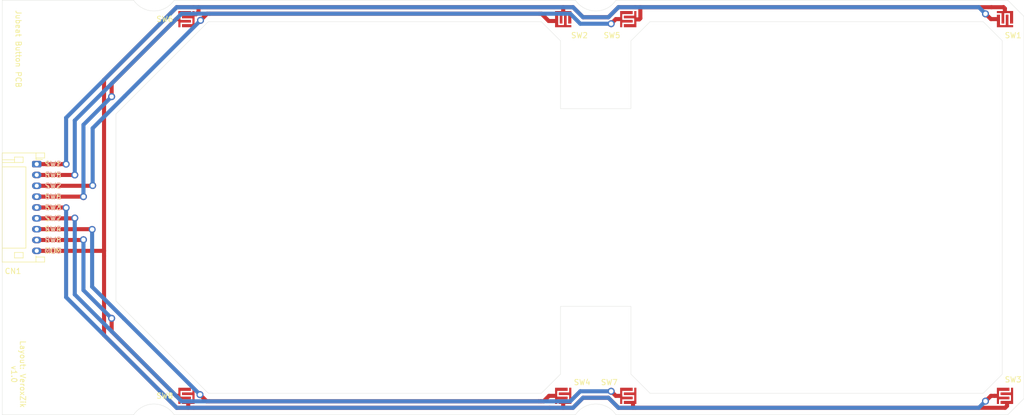
<source format=kicad_pcb>
(kicad_pcb (version 20171130) (host pcbnew "(5.1.9)-1")

  (general
    (thickness 1.6)
    (drawings 58)
    (tracks 148)
    (zones 0)
    (modules 13)
    (nets 10)
  )

  (page A4)
  (layers
    (0 F.Cu signal)
    (31 B.Cu signal)
    (32 B.Adhes user)
    (33 F.Adhes user)
    (34 B.Paste user)
    (35 F.Paste user)
    (36 B.SilkS user)
    (37 F.SilkS user)
    (38 B.Mask user)
    (39 F.Mask user)
    (40 Dwgs.User user)
    (41 Cmts.User user)
    (42 Eco1.User user)
    (43 Eco2.User user)
    (44 Edge.Cuts user)
    (45 Margin user)
    (46 B.CrtYd user)
    (47 F.CrtYd user)
    (48 B.Fab user)
    (49 F.Fab user hide)
  )

  (setup
    (last_trace_width 0.25)
    (user_trace_width 0.4)
    (user_trace_width 0.5)
    (user_trace_width 0.75)
    (user_trace_width 1)
    (trace_clearance 0.2)
    (zone_clearance 0.508)
    (zone_45_only no)
    (trace_min 0.2)
    (via_size 0.8)
    (via_drill 0.4)
    (via_min_size 0.4)
    (via_min_drill 0.3)
    (user_via 1.3 0.8)
    (uvia_size 0.3)
    (uvia_drill 0.1)
    (uvias_allowed no)
    (uvia_min_size 0.2)
    (uvia_min_drill 0.1)
    (edge_width 0.05)
    (segment_width 0.2)
    (pcb_text_width 0.3)
    (pcb_text_size 1.5 1.5)
    (mod_edge_width 0.12)
    (mod_text_size 1 1)
    (mod_text_width 0.15)
    (pad_size 1.524 1.524)
    (pad_drill 0.762)
    (pad_to_mask_clearance 0.05)
    (aux_axis_origin 0 0)
    (visible_elements 7FFFF7FF)
    (pcbplotparams
      (layerselection 0x010fc_ffffffff)
      (usegerberextensions false)
      (usegerberattributes true)
      (usegerberadvancedattributes true)
      (creategerberjobfile true)
      (excludeedgelayer true)
      (linewidth 0.100000)
      (plotframeref false)
      (viasonmask false)
      (mode 1)
      (useauxorigin false)
      (hpglpennumber 1)
      (hpglpenspeed 20)
      (hpglpendiameter 15.000000)
      (psnegative false)
      (psa4output false)
      (plotreference true)
      (plotvalue true)
      (plotinvisibletext false)
      (padsonsilk false)
      (subtractmaskfromsilk false)
      (outputformat 1)
      (mirror false)
      (drillshape 0)
      (scaleselection 1)
      (outputdirectory "gerbers/"))
  )

  (net 0 "")
  (net 1 COM)
  (net 2 SW8)
  (net 3 SW4)
  (net 4 SW7)
  (net 5 SW3)
  (net 6 SW6)
  (net 7 SW2)
  (net 8 SW5)
  (net 9 SW1)

  (net_class Default "This is the default net class."
    (clearance 0.2)
    (trace_width 0.25)
    (via_dia 0.8)
    (via_drill 0.4)
    (uvia_dia 0.3)
    (uvia_drill 0.1)
    (add_net COM)
    (add_net SW1)
    (add_net SW2)
    (add_net SW3)
    (add_net SW4)
    (add_net SW5)
    (add_net SW6)
    (add_net SW7)
    (add_net SW8)
  )

  (module jubeat-button-pcb:membrane-pad (layer F.Cu) (tedit 60288C7C) (tstamp 60014F0C)
    (at 83 127 180)
    (path /600162AA)
    (fp_text reference SW8 (at 4 0) (layer F.SilkS)
      (effects (font (size 1 1) (thickness 0.15)))
    )
    (fp_text value PAD (at 0 2.3) (layer F.Fab)
      (effects (font (size 1 1) (thickness 0.15)))
    )
    (fp_poly (pts (xy 1.5 1.5) (xy -1.5 1.5) (xy -1.5 -1.5) (xy 1.5 -1.5)) (layer F.Mask) (width 0))
    (pad 1 smd custom (at -1.3 0 180) (size 0.4 0.4) (layers F.Cu F.Mask)
      (net 1 COM) (zone_connect 0)
      (options (clearance outline) (anchor rect))
      (primitives
        (gr_poly (pts
           (xy 2.12 -0.92) (xy 0.2 -0.92) (xy 0.2 0.14) (xy 2.12 0.14) (xy 2.12 0.64)
           (xy 0.2 0.64) (xy 0.2 1.5) (xy -0.2 1.5) (xy -0.2 -1.5) (xy 2.12 -1.5)
) (width 0))
      ))
    (pad 2 smd custom (at 1.3 0 180) (size 0.4 0.4) (layers F.Cu F.Mask)
      (net 2 SW8) (zone_connect 0)
      (options (clearance outline) (anchor rect))
      (primitives
        (gr_poly (pts
           (xy -2.12 0.92) (xy -0.2 0.92) (xy -0.2 -0.14) (xy -2.12 -0.14) (xy -2.12 -0.64)
           (xy -0.2 -0.64) (xy -0.2 -1.5) (xy 0.2 -1.5) (xy 0.2 1.5) (xy -2.12 1.5)
) (width 0))
      ))
  )

  (module jubeat-button-pcb:membrane-pad (layer F.Cu) (tedit 60288C7C) (tstamp 60014F06)
    (at 164.5 127 180)
    (path /600162A4)
    (fp_text reference SW7 (at 3.5 2.5) (layer F.SilkS)
      (effects (font (size 1 1) (thickness 0.15)))
    )
    (fp_text value PAD (at 0 2.3) (layer F.Fab)
      (effects (font (size 1 1) (thickness 0.15)))
    )
    (fp_poly (pts (xy 1.5 1.5) (xy -1.5 1.5) (xy -1.5 -1.5) (xy 1.5 -1.5)) (layer F.Mask) (width 0))
    (pad 1 smd custom (at -1.3 0 180) (size 0.4 0.4) (layers F.Cu F.Mask)
      (net 1 COM) (zone_connect 0)
      (options (clearance outline) (anchor rect))
      (primitives
        (gr_poly (pts
           (xy 2.12 -0.92) (xy 0.2 -0.92) (xy 0.2 0.14) (xy 2.12 0.14) (xy 2.12 0.64)
           (xy 0.2 0.64) (xy 0.2 1.5) (xy -0.2 1.5) (xy -0.2 -1.5) (xy 2.12 -1.5)
) (width 0))
      ))
    (pad 2 smd custom (at 1.3 0 180) (size 0.4 0.4) (layers F.Cu F.Mask)
      (net 4 SW7) (zone_connect 0)
      (options (clearance outline) (anchor rect))
      (primitives
        (gr_poly (pts
           (xy -2.12 0.92) (xy -0.2 0.92) (xy -0.2 -0.14) (xy -2.12 -0.14) (xy -2.12 -0.64)
           (xy -0.2 -0.64) (xy -0.2 -1.5) (xy 0.2 -1.5) (xy 0.2 1.5) (xy -2.12 1.5)
) (width 0))
      ))
  )

  (module jubeat-button-pcb:membrane-pad (layer F.Cu) (tedit 60288C7C) (tstamp 60026FD8)
    (at 83 57.5 180)
    (path /6001629A)
    (fp_text reference SW6 (at 4 0) (layer F.SilkS)
      (effects (font (size 1 1) (thickness 0.15)))
    )
    (fp_text value PAD (at 0 2.3) (layer F.Fab)
      (effects (font (size 1 1) (thickness 0.15)))
    )
    (fp_poly (pts (xy 1.5 1.5) (xy -1.5 1.5) (xy -1.5 -1.5) (xy 1.5 -1.5)) (layer F.Mask) (width 0))
    (pad 1 smd custom (at -1.3 0 180) (size 0.4 0.4) (layers F.Cu F.Mask)
      (net 1 COM) (zone_connect 0)
      (options (clearance outline) (anchor rect))
      (primitives
        (gr_poly (pts
           (xy 2.12 -0.92) (xy 0.2 -0.92) (xy 0.2 0.14) (xy 2.12 0.14) (xy 2.12 0.64)
           (xy 0.2 0.64) (xy 0.2 1.5) (xy -0.2 1.5) (xy -0.2 -1.5) (xy 2.12 -1.5)
) (width 0))
      ))
    (pad 2 smd custom (at 1.3 0 180) (size 0.4 0.4) (layers F.Cu F.Mask)
      (net 6 SW6) (zone_connect 0)
      (options (clearance outline) (anchor rect))
      (primitives
        (gr_poly (pts
           (xy -2.12 0.92) (xy -0.2 0.92) (xy -0.2 -0.14) (xy -2.12 -0.14) (xy -2.12 -0.64)
           (xy -0.2 -0.64) (xy -0.2 -1.5) (xy 0.2 -1.5) (xy 0.2 1.5) (xy -2.12 1.5)
) (width 0))
      ))
  )

  (module jubeat-button-pcb:membrane-pad (layer F.Cu) (tedit 60288C7C) (tstamp 60014EFA)
    (at 164.5 57.5 180)
    (path /60016294)
    (fp_text reference SW5 (at 3 -3) (layer F.SilkS)
      (effects (font (size 1 1) (thickness 0.15)))
    )
    (fp_text value PAD (at 0 2.3) (layer F.Fab)
      (effects (font (size 1 1) (thickness 0.15)))
    )
    (fp_poly (pts (xy 1.5 1.5) (xy -1.5 1.5) (xy -1.5 -1.5) (xy 1.5 -1.5)) (layer F.Mask) (width 0))
    (pad 1 smd custom (at -1.3 0 180) (size 0.4 0.4) (layers F.Cu F.Mask)
      (net 1 COM) (zone_connect 0)
      (options (clearance outline) (anchor rect))
      (primitives
        (gr_poly (pts
           (xy 2.12 -0.92) (xy 0.2 -0.92) (xy 0.2 0.14) (xy 2.12 0.14) (xy 2.12 0.64)
           (xy 0.2 0.64) (xy 0.2 1.5) (xy -0.2 1.5) (xy -0.2 -1.5) (xy 2.12 -1.5)
) (width 0))
      ))
    (pad 2 smd custom (at 1.3 0 180) (size 0.4 0.4) (layers F.Cu F.Mask)
      (net 8 SW5) (zone_connect 0)
      (options (clearance outline) (anchor rect))
      (primitives
        (gr_poly (pts
           (xy -2.12 0.92) (xy -0.2 0.92) (xy -0.2 -0.14) (xy -2.12 -0.14) (xy -2.12 -0.64)
           (xy -0.2 -0.64) (xy -0.2 -1.5) (xy 0.2 -1.5) (xy 0.2 1.5) (xy -2.12 1.5)
) (width 0))
      ))
  )

  (module jubeat-button-pcb:membrane-pad (layer F.Cu) (tedit 60288C7C) (tstamp 60014EF4)
    (at 152.5 127 180)
    (path /60013620)
    (fp_text reference SW4 (at -3.5 2.5) (layer F.SilkS)
      (effects (font (size 1 1) (thickness 0.15)))
    )
    (fp_text value PAD (at 0 2.3) (layer F.Fab)
      (effects (font (size 1 1) (thickness 0.15)))
    )
    (fp_poly (pts (xy 1.5 1.5) (xy -1.5 1.5) (xy -1.5 -1.5) (xy 1.5 -1.5)) (layer F.Mask) (width 0))
    (pad 1 smd custom (at -1.3 0 180) (size 0.4 0.4) (layers F.Cu F.Mask)
      (net 1 COM) (zone_connect 0)
      (options (clearance outline) (anchor rect))
      (primitives
        (gr_poly (pts
           (xy 2.12 -0.92) (xy 0.2 -0.92) (xy 0.2 0.14) (xy 2.12 0.14) (xy 2.12 0.64)
           (xy 0.2 0.64) (xy 0.2 1.5) (xy -0.2 1.5) (xy -0.2 -1.5) (xy 2.12 -1.5)
) (width 0))
      ))
    (pad 2 smd custom (at 1.3 0 180) (size 0.4 0.4) (layers F.Cu F.Mask)
      (net 3 SW4) (zone_connect 0)
      (options (clearance outline) (anchor rect))
      (primitives
        (gr_poly (pts
           (xy -2.12 0.92) (xy -0.2 0.92) (xy -0.2 -0.14) (xy -2.12 -0.14) (xy -2.12 -0.64)
           (xy -0.2 -0.64) (xy -0.2 -1.5) (xy 0.2 -1.5) (xy 0.2 1.5) (xy -2.12 1.5)
) (width 0))
      ))
  )

  (module jubeat-button-pcb:membrane-pad (layer F.Cu) (tedit 60288C7C) (tstamp 60014EEE)
    (at 234 127 180)
    (path /6001361A)
    (fp_text reference SW3 (at -1.5 3) (layer F.SilkS)
      (effects (font (size 1 1) (thickness 0.15)))
    )
    (fp_text value PAD (at 0 2.3) (layer F.Fab)
      (effects (font (size 1 1) (thickness 0.15)))
    )
    (fp_poly (pts (xy 1.5 1.5) (xy -1.5 1.5) (xy -1.5 -1.5) (xy 1.5 -1.5)) (layer F.Mask) (width 0))
    (pad 1 smd custom (at -1.3 0 180) (size 0.4 0.4) (layers F.Cu F.Mask)
      (net 1 COM) (zone_connect 0)
      (options (clearance outline) (anchor rect))
      (primitives
        (gr_poly (pts
           (xy 2.12 -0.92) (xy 0.2 -0.92) (xy 0.2 0.14) (xy 2.12 0.14) (xy 2.12 0.64)
           (xy 0.2 0.64) (xy 0.2 1.5) (xy -0.2 1.5) (xy -0.2 -1.5) (xy 2.12 -1.5)
) (width 0))
      ))
    (pad 2 smd custom (at 1.3 0 180) (size 0.4 0.4) (layers F.Cu F.Mask)
      (net 5 SW3) (zone_connect 0)
      (options (clearance outline) (anchor rect))
      (primitives
        (gr_poly (pts
           (xy -2.12 0.92) (xy -0.2 0.92) (xy -0.2 -0.14) (xy -2.12 -0.14) (xy -2.12 -0.64)
           (xy -0.2 -0.64) (xy -0.2 -1.5) (xy 0.2 -1.5) (xy 0.2 1.5) (xy -2.12 1.5)
) (width 0))
      ))
  )

  (module jubeat-button-pcb:membrane-pad (layer F.Cu) (tedit 60288C7C) (tstamp 60014EE8)
    (at 152.5 57.5 270)
    (path /60011C29)
    (fp_text reference SW2 (at 3 -3 180) (layer F.SilkS)
      (effects (font (size 1 1) (thickness 0.15)))
    )
    (fp_text value PAD (at 0 2.3 90) (layer F.Fab)
      (effects (font (size 1 1) (thickness 0.15)))
    )
    (fp_poly (pts (xy 1.5 1.5) (xy -1.5 1.5) (xy -1.5 -1.5) (xy 1.5 -1.5)) (layer F.Mask) (width 0))
    (pad 1 smd custom (at -1.3 0 270) (size 0.4 0.4) (layers F.Cu F.Mask)
      (net 1 COM) (zone_connect 0)
      (options (clearance outline) (anchor rect))
      (primitives
        (gr_poly (pts
           (xy 2.12 -0.92) (xy 0.2 -0.92) (xy 0.2 0.14) (xy 2.12 0.14) (xy 2.12 0.64)
           (xy 0.2 0.64) (xy 0.2 1.5) (xy -0.2 1.5) (xy -0.2 -1.5) (xy 2.12 -1.5)
) (width 0))
      ))
    (pad 2 smd custom (at 1.3 0 270) (size 0.4 0.4) (layers F.Cu F.Mask)
      (net 7 SW2) (zone_connect 0)
      (options (clearance outline) (anchor rect))
      (primitives
        (gr_poly (pts
           (xy -2.12 0.92) (xy -0.2 0.92) (xy -0.2 -0.14) (xy -2.12 -0.14) (xy -2.12 -0.64)
           (xy -0.2 -0.64) (xy -0.2 -1.5) (xy 0.2 -1.5) (xy 0.2 1.5) (xy -2.12 1.5)
) (width 0))
      ))
  )

  (module jubeat-button-pcb:membrane-pad (layer F.Cu) (tedit 60288C7C) (tstamp 60014EE2)
    (at 234 57.5 270)
    (path /60010ADB)
    (fp_text reference SW1 (at 3 -1.5 180) (layer F.SilkS)
      (effects (font (size 1 1) (thickness 0.15)))
    )
    (fp_text value PAD (at 0 2.3 90) (layer F.Fab)
      (effects (font (size 1 1) (thickness 0.15)))
    )
    (fp_poly (pts (xy 1.5 1.5) (xy -1.5 1.5) (xy -1.5 -1.5) (xy 1.5 -1.5)) (layer F.Mask) (width 0))
    (pad 1 smd custom (at -1.3 0 270) (size 0.4 0.4) (layers F.Cu F.Mask)
      (net 1 COM) (zone_connect 0)
      (options (clearance outline) (anchor rect))
      (primitives
        (gr_poly (pts
           (xy 2.12 -0.92) (xy 0.2 -0.92) (xy 0.2 0.14) (xy 2.12 0.14) (xy 2.12 0.64)
           (xy 0.2 0.64) (xy 0.2 1.5) (xy -0.2 1.5) (xy -0.2 -1.5) (xy 2.12 -1.5)
) (width 0))
      ))
    (pad 2 smd custom (at 1.3 0 270) (size 0.4 0.4) (layers F.Cu F.Mask)
      (net 9 SW1) (zone_connect 0)
      (options (clearance outline) (anchor rect))
      (primitives
        (gr_poly (pts
           (xy -2.12 0.92) (xy -0.2 0.92) (xy -0.2 -0.14) (xy -2.12 -0.14) (xy -2.12 -0.64)
           (xy -0.2 -0.64) (xy -0.2 -1.5) (xy 0.2 -1.5) (xy 0.2 1.5) (xy -2.12 1.5)
) (width 0))
      ))
  )

  (module MountingHole:MountingHole_4mm (layer F.Cu) (tedit 56D1B4CB) (tstamp 60014EDC)
    (at 158.5 115.5)
    (descr "Mounting Hole 4mm, no annular")
    (tags "mounting hole 4mm no annular")
    (path /60026948)
    (attr virtual)
    (fp_text reference H4 (at 0 -5) (layer F.SilkS) hide
      (effects (font (size 1 1) (thickness 0.15)))
    )
    (fp_text value MountingHole (at 0 5) (layer F.Fab)
      (effects (font (size 1 1) (thickness 0.15)))
    )
    (fp_circle (center 0 0) (end 4.25 0) (layer F.CrtYd) (width 0.05))
    (fp_circle (center 0 0) (end 4 0) (layer Cmts.User) (width 0.15))
    (fp_text user %R (at 0.3 0) (layer F.Fab)
      (effects (font (size 1 1) (thickness 0.15)))
    )
    (pad 1 np_thru_hole circle (at 0 0) (size 4 4) (drill 4) (layers *.Cu *.Mask))
  )

  (module MountingHole:MountingHole_4mm (layer F.Cu) (tedit 56D1B4CB) (tstamp 60014ED4)
    (at 158.5 69)
    (descr "Mounting Hole 4mm, no annular")
    (tags "mounting hole 4mm no annular")
    (path /60026942)
    (attr virtual)
    (fp_text reference H3 (at 0 -5) (layer F.SilkS) hide
      (effects (font (size 1 1) (thickness 0.15)))
    )
    (fp_text value MountingHole (at 0 5) (layer F.Fab)
      (effects (font (size 1 1) (thickness 0.15)))
    )
    (fp_circle (center 0 0) (end 4.25 0) (layer F.CrtYd) (width 0.05))
    (fp_circle (center 0 0) (end 4 0) (layer Cmts.User) (width 0.15))
    (fp_text user %R (at 0.3 0) (layer F.Fab)
      (effects (font (size 1 1) (thickness 0.15)))
    )
    (pad 1 np_thru_hole circle (at 0 0) (size 4 4) (drill 4) (layers *.Cu *.Mask))
  )

  (module MountingHole:MountingHole_4mm (layer F.Cu) (tedit 56D1B4CB) (tstamp 60014ECC)
    (at 62 124.5)
    (descr "Mounting Hole 4mm, no annular")
    (tags "mounting hole 4mm no annular")
    (path /6002558A)
    (attr virtual)
    (fp_text reference H2 (at 0 -5) (layer F.SilkS) hide
      (effects (font (size 1 1) (thickness 0.15)))
    )
    (fp_text value MountingHole (at 0 5) (layer F.Fab)
      (effects (font (size 1 1) (thickness 0.15)))
    )
    (fp_circle (center 0 0) (end 4.25 0) (layer F.CrtYd) (width 0.05))
    (fp_circle (center 0 0) (end 4 0) (layer Cmts.User) (width 0.15))
    (fp_text user %R (at 0.3 0) (layer F.Fab)
      (effects (font (size 1 1) (thickness 0.15)))
    )
    (pad 1 np_thru_hole circle (at 0 0) (size 4 4) (drill 4) (layers *.Cu *.Mask))
  )

  (module MountingHole:MountingHole_4mm (layer F.Cu) (tedit 56D1B4CB) (tstamp 60014EC4)
    (at 62 60)
    (descr "Mounting Hole 4mm, no annular")
    (tags "mounting hole 4mm no annular")
    (path /60023F4D)
    (attr virtual)
    (fp_text reference H1 (at 0 -5) (layer F.SilkS) hide
      (effects (font (size 1 1) (thickness 0.15)))
    )
    (fp_text value MountingHole (at 0 5) (layer F.Fab)
      (effects (font (size 1 1) (thickness 0.15)))
    )
    (fp_circle (center 0 0) (end 4.25 0) (layer F.CrtYd) (width 0.05))
    (fp_circle (center 0 0) (end 4 0) (layer Cmts.User) (width 0.15))
    (fp_text user %R (at 0.3 0) (layer F.Fab)
      (effects (font (size 1 1) (thickness 0.15)))
    )
    (pad 1 np_thru_hole circle (at 0 0) (size 4 4) (drill 4) (layers *.Cu *.Mask))
  )

  (module Connector_JST:JST_PH_S9B-PH-K_1x09_P2.00mm_Horizontal (layer F.Cu) (tedit 5B7745C6) (tstamp 60014EBC)
    (at 55.38 84.25 270)
    (descr "JST PH series connector, S9B-PH-K (http://www.jst-mfg.com/product/pdf/eng/ePH.pdf), generated with kicad-footprint-generator")
    (tags "connector JST PH top entry")
    (path /6000F848)
    (fp_text reference CN1 (at 19.75 4.38) (layer F.SilkS)
      (effects (font (size 1 1) (thickness 0.15)))
    )
    (fp_text value S9B-PH-KL (at 8 7.45 90) (layer F.Fab)
      (effects (font (size 1 1) (thickness 0.15)))
    )
    (fp_line (start 0.5 1.375) (end 0 0.875) (layer F.Fab) (width 0.1))
    (fp_line (start -0.5 1.375) (end 0.5 1.375) (layer F.Fab) (width 0.1))
    (fp_line (start 0 0.875) (end -0.5 1.375) (layer F.Fab) (width 0.1))
    (fp_line (start -0.86 0.14) (end -0.86 -1.075) (layer F.SilkS) (width 0.12))
    (fp_line (start 17.25 0.25) (end -1.25 0.25) (layer F.Fab) (width 0.1))
    (fp_line (start 17.25 -1.35) (end 17.25 0.25) (layer F.Fab) (width 0.1))
    (fp_line (start 17.95 -1.35) (end 17.25 -1.35) (layer F.Fab) (width 0.1))
    (fp_line (start 17.95 6.25) (end 17.95 -1.35) (layer F.Fab) (width 0.1))
    (fp_line (start -1.95 6.25) (end 17.95 6.25) (layer F.Fab) (width 0.1))
    (fp_line (start -1.95 -1.35) (end -1.95 6.25) (layer F.Fab) (width 0.1))
    (fp_line (start -1.25 -1.35) (end -1.95 -1.35) (layer F.Fab) (width 0.1))
    (fp_line (start -1.25 0.25) (end -1.25 -1.35) (layer F.Fab) (width 0.1))
    (fp_line (start 18.45 -1.85) (end -2.45 -1.85) (layer F.CrtYd) (width 0.05))
    (fp_line (start 18.45 6.75) (end 18.45 -1.85) (layer F.CrtYd) (width 0.05))
    (fp_line (start -2.45 6.75) (end 18.45 6.75) (layer F.CrtYd) (width 0.05))
    (fp_line (start -2.45 -1.85) (end -2.45 6.75) (layer F.CrtYd) (width 0.05))
    (fp_line (start -0.8 4.1) (end -0.8 6.36) (layer F.SilkS) (width 0.12))
    (fp_line (start -0.3 4.1) (end -0.3 6.36) (layer F.SilkS) (width 0.12))
    (fp_line (start 16.3 2.5) (end 17.3 2.5) (layer F.SilkS) (width 0.12))
    (fp_line (start 16.3 4.1) (end 16.3 2.5) (layer F.SilkS) (width 0.12))
    (fp_line (start 17.3 4.1) (end 16.3 4.1) (layer F.SilkS) (width 0.12))
    (fp_line (start 17.3 2.5) (end 17.3 4.1) (layer F.SilkS) (width 0.12))
    (fp_line (start -0.3 2.5) (end -1.3 2.5) (layer F.SilkS) (width 0.12))
    (fp_line (start -0.3 4.1) (end -0.3 2.5) (layer F.SilkS) (width 0.12))
    (fp_line (start -1.3 4.1) (end -0.3 4.1) (layer F.SilkS) (width 0.12))
    (fp_line (start -1.3 2.5) (end -1.3 4.1) (layer F.SilkS) (width 0.12))
    (fp_line (start 18.06 0.14) (end 17.14 0.14) (layer F.SilkS) (width 0.12))
    (fp_line (start -2.06 0.14) (end -1.14 0.14) (layer F.SilkS) (width 0.12))
    (fp_line (start 15.5 2) (end 15.5 6.36) (layer F.SilkS) (width 0.12))
    (fp_line (start 0.5 2) (end 15.5 2) (layer F.SilkS) (width 0.12))
    (fp_line (start 0.5 6.36) (end 0.5 2) (layer F.SilkS) (width 0.12))
    (fp_line (start 17.14 0.14) (end 16.86 0.14) (layer F.SilkS) (width 0.12))
    (fp_line (start 17.14 -1.46) (end 17.14 0.14) (layer F.SilkS) (width 0.12))
    (fp_line (start 18.06 -1.46) (end 17.14 -1.46) (layer F.SilkS) (width 0.12))
    (fp_line (start 18.06 6.36) (end 18.06 -1.46) (layer F.SilkS) (width 0.12))
    (fp_line (start -2.06 6.36) (end 18.06 6.36) (layer F.SilkS) (width 0.12))
    (fp_line (start -2.06 -1.46) (end -2.06 6.36) (layer F.SilkS) (width 0.12))
    (fp_line (start -1.14 -1.46) (end -2.06 -1.46) (layer F.SilkS) (width 0.12))
    (fp_line (start -1.14 0.14) (end -1.14 -1.46) (layer F.SilkS) (width 0.12))
    (fp_line (start -0.86 0.14) (end -1.14 0.14) (layer F.SilkS) (width 0.12))
    (fp_text user %R (at 8 2.5 90) (layer F.Fab)
      (effects (font (size 1 1) (thickness 0.15)))
    )
    (pad 9 thru_hole oval (at 16 0 270) (size 1.2 1.75) (drill 0.75) (layers *.Cu *.Mask)
      (net 1 COM))
    (pad 8 thru_hole oval (at 14 0 270) (size 1.2 1.75) (drill 0.75) (layers *.Cu *.Mask)
      (net 2 SW8))
    (pad 7 thru_hole oval (at 12 0 270) (size 1.2 1.75) (drill 0.75) (layers *.Cu *.Mask)
      (net 3 SW4))
    (pad 6 thru_hole oval (at 10 0 270) (size 1.2 1.75) (drill 0.75) (layers *.Cu *.Mask)
      (net 4 SW7))
    (pad 5 thru_hole oval (at 8 0 270) (size 1.2 1.75) (drill 0.75) (layers *.Cu *.Mask)
      (net 5 SW3))
    (pad 4 thru_hole oval (at 6 0 270) (size 1.2 1.75) (drill 0.75) (layers *.Cu *.Mask)
      (net 6 SW6))
    (pad 3 thru_hole oval (at 4 0 270) (size 1.2 1.75) (drill 0.75) (layers *.Cu *.Mask)
      (net 7 SW2))
    (pad 2 thru_hole oval (at 2 0 270) (size 1.2 1.75) (drill 0.75) (layers *.Cu *.Mask)
      (net 8 SW5))
    (pad 1 thru_hole roundrect (at 0 0 270) (size 1.2 1.75) (drill 0.75) (layers *.Cu *.Mask) (roundrect_rratio 0.208333)
      (net 9 SW1))
    (model ${KISYS3DMOD}/Connector_JST.3dshapes/JST_PH_S9B-PH-K_1x09_P2.00mm_Horizontal.wrl
      (at (xyz 0 0 0))
      (scale (xyz 1 1 1))
      (rotate (xyz 0 0 0))
    )
  )

  (gr_text SW6 (at 58.42 90.25) (layer B.SilkS) (tstamp 600266E6)
    (effects (font (size 1 1) (thickness 0.15)) (justify mirror))
  )
  (gr_text SW5 (at 58.42 86.25) (layer B.SilkS) (tstamp 600266E5)
    (effects (font (size 1 1) (thickness 0.15)) (justify mirror))
  )
  (gr_text SW3 (at 58.42 92.25) (layer B.SilkS) (tstamp 600266E4)
    (effects (font (size 1 1) (thickness 0.15)) (justify mirror))
  )
  (gr_text SW2 (at 58.42 88.25) (layer B.SilkS) (tstamp 600266E3)
    (effects (font (size 1 1) (thickness 0.15)) (justify mirror))
  )
  (gr_text SW1 (at 58.42 84.25) (layer B.SilkS) (tstamp 600266E2)
    (effects (font (size 1 1) (thickness 0.15)) (justify mirror))
  )
  (gr_text SW7 (at 58.42 94.25) (layer B.SilkS) (tstamp 600266E1)
    (effects (font (size 1 1) (thickness 0.15)) (justify mirror))
  )
  (gr_text COM (at 58.42 100.25) (layer B.SilkS) (tstamp 600266E0)
    (effects (font (size 1 1) (thickness 0.15)) (justify mirror))
  )
  (gr_text SW8 (at 58.42 98.25) (layer B.SilkS) (tstamp 600266DF)
    (effects (font (size 1 1) (thickness 0.15)) (justify mirror))
  )
  (gr_text SW4 (at 58.42 96.25) (layer B.SilkS) (tstamp 600266DE)
    (effects (font (size 1 1) (thickness 0.15)) (justify mirror))
  )
  (gr_text "Jubeat Button PCB" (at 52 63 270) (layer F.SilkS)
    (effects (font (size 1 1) (thickness 0.15)))
  )
  (gr_text COM (at 58.38 100.25) (layer F.SilkS) (tstamp 6002564F)
    (effects (font (size 1 1) (thickness 0.15)))
  )
  (gr_text SW8 (at 58.38 98.25) (layer F.SilkS) (tstamp 6002564F)
    (effects (font (size 1 1) (thickness 0.15)))
  )
  (gr_text SW4 (at 58.38 96.25) (layer F.SilkS) (tstamp 6002564F)
    (effects (font (size 1 1) (thickness 0.15)))
  )
  (gr_text SW7 (at 58.38 94.25) (layer F.SilkS) (tstamp 6002564F)
    (effects (font (size 1 1) (thickness 0.15)))
  )
  (gr_text SW3 (at 58.38 92.25) (layer F.SilkS) (tstamp 6002564F)
    (effects (font (size 1 1) (thickness 0.15)))
  )
  (gr_text SW6 (at 58.38 90.25) (layer F.SilkS) (tstamp 6002564F)
    (effects (font (size 1 1) (thickness 0.15)))
  )
  (gr_text SW2 (at 58.38 88.25) (layer F.SilkS) (tstamp 6002564F)
    (effects (font (size 1 1) (thickness 0.15)))
  )
  (gr_text SW5 (at 58.38 86.25) (layer F.SilkS) (tstamp 6002564F)
    (effects (font (size 1 1) (thickness 0.15)))
  )
  (gr_text SW1 (at 58.38 84.25) (layer F.SilkS)
    (effects (font (size 1 1) (thickness 0.15)))
  )
  (gr_text "Layout: VeroxZik\nv1.0" (at 52 123 270) (layer F.SilkS)
    (effects (font (size 1 1) (thickness 0.15)))
  )
  (gr_circle (center 158.5 133.016) (end 163.5 133.016) (layer F.Fab) (width 0.15) (tstamp 60023078))
  (gr_circle (center 77 133.016) (end 82 133.016) (layer F.Fab) (width 0.15) (tstamp 6002305E))
  (gr_circle (center 158.5 51.484) (end 163.5 51.484) (layer F.Fab) (width 0.15) (tstamp 60023042))
  (gr_circle (center 77 51.484) (end 82 51.484) (layer F.Fab) (width 0.15))
  (gr_line (start 73.25 130.5) (end 49 130.5) (layer Edge.Cuts) (width 0.05) (tstamp 60015DA4))
  (gr_line (start 154.75 130.5) (end 80.75 130.5) (layer Edge.Cuts) (width 0.05) (tstamp 60015D8C))
  (gr_arc (start 158.5 133.016) (end 162.25 130.5) (angle -112.3) (layer Edge.Cuts) (width 0.05) (tstamp 60015D88))
  (gr_arc (start 77 133.016) (end 80.75 130.5) (angle -112.3) (layer Edge.Cuts) (width 0.05) (tstamp 60015D78))
  (gr_arc (start 77 51.484) (end 73.25 54) (angle -112.3) (layer Edge.Cuts) (width 0.05) (tstamp 60015D74))
  (gr_line (start 80.75 54) (end 154.75 54) (layer Edge.Cuts) (width 0.05) (tstamp 60015D66))
  (gr_line (start 162.25 54) (end 234.5 54) (layer Edge.Cuts) (width 0.05) (tstamp 60015D49))
  (gr_arc (start 158.5 51.484) (end 154.75 54) (angle -112.3) (layer Edge.Cuts) (width 0.05))
  (gr_line (start 237.5 127.5) (end 234.5 130.5) (layer Edge.Cuts) (width 0.05) (tstamp 60015D19))
  (gr_line (start 234.5 54) (end 237.5 57) (layer Edge.Cuts) (width 0.05) (tstamp 60015D14))
  (gr_line (start 70 109.5) (end 70 75) (layer Edge.Cuts) (width 0.05) (tstamp 600155EC))
  (gr_line (start 87 126.5) (end 70 109.5) (layer Edge.Cuts) (width 0.05))
  (gr_line (start 148.5 126.5) (end 87 126.5) (layer Edge.Cuts) (width 0.05))
  (gr_line (start 152 123) (end 148.5 126.5) (layer Edge.Cuts) (width 0.05))
  (gr_line (start 152 110.5) (end 152 123) (layer Edge.Cuts) (width 0.05))
  (gr_line (start 165 110.5) (end 152 110.5) (layer Edge.Cuts) (width 0.05))
  (gr_line (start 165 123) (end 165 110.5) (layer Edge.Cuts) (width 0.05))
  (gr_line (start 168.5 126.5) (end 165 123) (layer Edge.Cuts) (width 0.05))
  (gr_line (start 230 126.5) (end 168.5 126.5) (layer Edge.Cuts) (width 0.05))
  (gr_line (start 233.5 123) (end 230 126.5) (layer Edge.Cuts) (width 0.05))
  (gr_line (start 233.5 61.5) (end 233.5 123) (layer Edge.Cuts) (width 0.05))
  (gr_line (start 230 58) (end 233.5 61.5) (layer Edge.Cuts) (width 0.05))
  (gr_line (start 168.5 58) (end 230 58) (layer Edge.Cuts) (width 0.05))
  (gr_line (start 165 61.5) (end 168.5 58) (layer Edge.Cuts) (width 0.05))
  (gr_line (start 165 74) (end 165 61.5) (layer Edge.Cuts) (width 0.05))
  (gr_line (start 152 74) (end 165 74) (layer Edge.Cuts) (width 0.05))
  (gr_line (start 152 61.5) (end 152 74) (layer Edge.Cuts) (width 0.05))
  (gr_line (start 148.5 58) (end 152 61.5) (layer Edge.Cuts) (width 0.05))
  (gr_line (start 87 58) (end 148.5 58) (layer Edge.Cuts) (width 0.05))
  (gr_line (start 70 75) (end 87 58) (layer Edge.Cuts) (width 0.05))
  (gr_line (start 49 130.5) (end 49 54) (layer Edge.Cuts) (width 0.05) (tstamp 60015311))
  (gr_line (start 234.5 130.5) (end 162.25 130.5) (layer Edge.Cuts) (width 0.05))
  (gr_line (start 237.5 57) (end 237.5 127.5) (layer Edge.Cuts) (width 0.05))
  (gr_line (start 49 54) (end 73.25 54) (layer Edge.Cuts) (width 0.05))

  (segment (start 165.8 55.3) (end 162.69 55.3) (width 0.75) (layer F.Cu) (net 1) (tstamp 60023384))
  (segment (start 160.84 57.15) (end 162.69 55.3) (width 0.75) (layer F.Cu) (net 1))
  (segment (start 154.31 55.3) (end 156.16 57.15) (width 0.75) (layer F.Cu) (net 1))
  (segment (start 156.16 57.15) (end 160.84 57.15) (width 0.75) (layer F.Cu) (net 1))
  (segment (start 152.5 55.3) (end 154.31 55.3) (width 0.75) (layer F.Cu) (net 1))
  (segment (start 231.5 55.3) (end 233.7 55.3) (width 0.75) (layer F.Cu) (net 1))
  (segment (start 84.3 129.19) (end 84.31 129.2) (width 0.4) (layer F.Cu) (net 1))
  (segment (start 154.31 129.2) (end 156.16 127.35) (width 0.75) (layer F.Cu) (net 1))
  (segment (start 156.16 127.35) (end 160.84 127.35) (width 0.75) (layer F.Cu) (net 1))
  (segment (start 162.69 129.2) (end 160.84 127.35) (width 0.75) (layer F.Cu) (net 1))
  (segment (start 152.5 129.2) (end 154.31 129.2) (width 0.75) (layer F.Cu) (net 1))
  (segment (start 150 129.2) (end 152.5 129.2) (width 0.75) (layer F.Cu) (net 1))
  (segment (start 84.31 129.2) (end 150 129.2) (width 0.75) (layer F.Cu) (net 1))
  (segment (start 67.8 100.25) (end 55.38 100.25) (width 0.75) (layer F.Cu) (net 1))
  (segment (start 67.8 68.7) (end 67.8 100.25) (width 0.75) (layer F.Cu) (net 1))
  (segment (start 84.3 55.3) (end 81.2 55.3) (width 0.75) (layer F.Cu) (net 1))
  (segment (start 81.2 55.3) (end 67.8 68.7) (width 0.75) (layer F.Cu) (net 1))
  (segment (start 67.8 101.2) (end 67.8 100.25) (width 0.75) (layer F.Cu) (net 1))
  (segment (start 67.8 115.8) (end 67.8 101.2) (width 0.75) (layer F.Cu) (net 1))
  (segment (start 81.2 129.2) (end 67.8 115.8) (width 0.75) (layer F.Cu) (net 1))
  (segment (start 152.5 129.2) (end 152.5 128.53) (width 0.75) (layer F.Cu) (net 1))
  (segment (start 152.5 128.3) (end 152.5 128.53) (width 0.4) (layer F.Cu) (net 1))
  (segment (start 165.38 129.2) (end 162.69 129.2) (width 0.75) (layer F.Cu) (net 1))
  (segment (start 165.38 129.2) (end 165.38 128.5) (width 0.75) (layer F.Cu) (net 1))
  (segment (start 234.03 129.2) (end 165.8 129.2) (width 0.75) (layer F.Cu) (net 1))
  (segment (start 234.38 128.5) (end 234.38 128.85) (width 0.75) (layer F.Cu) (net 1))
  (segment (start 165.8 129.2) (end 165.38 129.2) (width 0.75) (layer F.Cu) (net 1))
  (segment (start 234.38 128.85) (end 234.03 129.2) (width 0.75) (layer F.Cu) (net 1))
  (segment (start 233.7 55.3) (end 233.73 55.3) (width 0.75) (layer F.Cu) (net 1))
  (segment (start 233.73 55.3) (end 233.98 55.55) (width 0.75) (layer F.Cu) (net 1))
  (segment (start 233.98 55.55) (end 233.98 56) (width 0.75) (layer F.Cu) (net 1))
  (segment (start 166.73 55.3) (end 166.73 57.35) (width 0.75) (layer F.Cu) (net 1))
  (segment (start 166.73 55.3) (end 165.8 55.3) (width 0.75) (layer F.Cu) (net 1))
  (segment (start 231.5 55.3) (end 166.73 55.3) (width 0.75) (layer F.Cu) (net 1))
  (segment (start 166.73 57.35) (end 166.53 57.55) (width 0.75) (layer F.Cu) (net 1))
  (segment (start 166.53 57.55) (end 166.03 57.55) (width 0.75) (layer F.Cu) (net 1))
  (segment (start 152.5 55.3) (end 152.5 55.996059) (width 0.75) (layer F.Cu) (net 1))
  (segment (start 85.23 55.3) (end 85.23 56.15) (width 0.75) (layer F.Cu) (net 1))
  (segment (start 85.23 55.3) (end 152.5 55.3) (width 0.75) (layer F.Cu) (net 1))
  (segment (start 84.3 55.3) (end 85.23 55.3) (width 0.75) (layer F.Cu) (net 1))
  (segment (start 85.23 56.15) (end 84.78 56.6) (width 0.75) (layer F.Cu) (net 1))
  (segment (start 84.78 56.6) (end 84.53 56.6) (width 0.75) (layer F.Cu) (net 1))
  (segment (start 83.33 129.2) (end 83.33 128.55) (width 0.75) (layer F.Cu) (net 1))
  (segment (start 83.33 129.2) (end 81.2 129.2) (width 0.75) (layer F.Cu) (net 1))
  (segment (start 84.31 129.2) (end 83.33 129.2) (width 0.75) (layer F.Cu) (net 1))
  (via (at 69.2 112.7) (size 1.3) (drill 0.8) (layers F.Cu B.Cu) (net 2))
  (via (at 64 98.2) (size 1.3) (drill 0.8) (layers F.Cu B.Cu) (net 2))
  (segment (start 69.2 112.7) (end 64 107.5) (width 0.75) (layer B.Cu) (net 2))
  (segment (start 63.95 98.25) (end 64 98.2) (width 0.75) (layer F.Cu) (net 2))
  (segment (start 55.38 98.25) (end 63.95 98.25) (width 0.75) (layer F.Cu) (net 2))
  (segment (start 64 98.2) (end 64 107.5) (width 0.75) (layer B.Cu) (net 2))
  (segment (start 69.2 115.1) (end 81.08 126.98) (width 0.75) (layer F.Cu) (net 2))
  (segment (start 69.2 112.68) (end 69.2 115.1) (width 0.75) (layer F.Cu) (net 2))
  (segment (start 81.1 127) (end 81.45 127) (width 0.75) (layer F.Cu) (net 2))
  (segment (start 87.2 128) (end 148 128) (width 0.75) (layer F.Cu) (net 3))
  (segment (start 85.5 126.775) (end 86.725 128) (width 0.75) (layer F.Cu) (net 3))
  (segment (start 86.725 128) (end 87.2 128) (width 0.75) (layer F.Cu) (net 3))
  (segment (start 148.378872 128) (end 148 128) (width 0.75) (layer F.Cu) (net 3))
  (via (at 85.5 126.775) (size 1.3) (drill 0.8) (layers F.Cu B.Cu) (net 3))
  (segment (start 55.38 96.25) (end 65.55 96.25) (width 0.75) (layer F.Cu) (net 3))
  (segment (start 65.55 96.25) (end 65.6 96.3) (width 0.75) (layer F.Cu) (net 3))
  (segment (start 65.6 106.875) (end 65.6 96.3) (width 0.75) (layer B.Cu) (net 3))
  (segment (start 71.5 112.775) (end 65.6 106.875) (width 0.75) (layer B.Cu) (net 3))
  (via (at 65.6 96.3) (size 1.3) (drill 0.8) (layers F.Cu B.Cu) (net 3))
  (segment (start 85.5 126.775) (end 71.5 112.775) (width 0.75) (layer B.Cu) (net 3))
  (segment (start 85.507232 126.775) (end 85.5 126.775) (width 0.75) (layer F.Cu) (net 3))
  (segment (start 148.378872 128) (end 148.43 128) (width 0.75) (layer F.Cu) (net 3))
  (segment (start 148.378872 128) (end 148.898075 128) (width 0.75) (layer F.Cu) (net 3))
  (segment (start 148.898075 128) (end 148.898075 127.981925) (width 0.75) (layer F.Cu) (net 3))
  (segment (start 148.898075 127.981925) (end 149.88 127) (width 0.75) (layer F.Cu) (net 3))
  (segment (start 149.88 127) (end 150.93 127) (width 0.75) (layer F.Cu) (net 3))
  (via (at 62.4 94.2) (size 1.3) (drill 0.8) (layers F.Cu B.Cu) (net 4))
  (segment (start 62.35 94.25) (end 62.4 94.2) (width 0.75) (layer F.Cu) (net 4))
  (segment (start 55.38 94.25) (end 62.35 94.25) (width 0.75) (layer F.Cu) (net 4))
  (segment (start 161.35 126.15) (end 161.35 126.15) (width 0.75) (layer B.Cu) (net 4) (tstamp 600238F5))
  (via (at 161.35 126.15) (size 1.3) (drill 0.8) (layers F.Cu B.Cu) (net 4))
  (segment (start 161.35 126.15) (end 162.2 127) (width 0.75) (layer F.Cu) (net 4))
  (segment (start 163.2 127) (end 162.2 127) (width 0.4) (layer F.Cu) (net 4))
  (segment (start 62.4 108.3) (end 62.4 94.2) (width 0.75) (layer B.Cu) (net 4))
  (segment (start 153.8 128) (end 82.1 128) (width 0.75) (layer B.Cu) (net 4))
  (segment (start 82.1 128) (end 62.4 108.3) (width 0.75) (layer B.Cu) (net 4))
  (segment (start 161.35 126.15) (end 155.65 126.15) (width 0.75) (layer B.Cu) (net 4))
  (segment (start 155.65 126.15) (end 153.8 128) (width 0.75) (layer B.Cu) (net 4))
  (segment (start 162.2 127) (end 162.98 127) (width 0.75) (layer F.Cu) (net 4))
  (segment (start 232.1 127) (end 231.4 127) (width 0.75) (layer F.Cu) (net 5))
  (segment (start 231.4 127) (end 230.4 128) (width 0.75) (layer F.Cu) (net 5))
  (via (at 60.8 92.3) (size 1.3) (drill 0.8) (layers F.Cu B.Cu) (net 5))
  (segment (start 156.16 127.35) (end 160.84 127.35) (width 0.75) (layer B.Cu) (net 5))
  (segment (start 154.31 129.2) (end 156.16 127.35) (width 0.75) (layer B.Cu) (net 5))
  (segment (start 81.2 129.2) (end 154.31 129.2) (width 0.75) (layer B.Cu) (net 5))
  (segment (start 160.84 127.35) (end 162.69 129.2) (width 0.75) (layer B.Cu) (net 5))
  (segment (start 162.69 129.2) (end 229.175 129.2) (width 0.75) (layer B.Cu) (net 5))
  (segment (start 229.175 129.2) (end 230.4 127.975) (width 0.75) (layer B.Cu) (net 5))
  (segment (start 230.375 128) (end 230.4 127.975) (width 0.75) (layer B.Cu) (net 5))
  (via (at 230.4 127.975) (size 1.3) (drill 0.8) (layers F.Cu B.Cu) (net 5))
  (segment (start 55.38 92.25) (end 60.65 92.25) (width 0.75) (layer F.Cu) (net 5))
  (segment (start 60.65 92.25) (end 60.7 92.3) (width 0.75) (layer F.Cu) (net 5))
  (segment (start 60.8 92.3) (end 60.8 108.8) (width 0.75) (layer B.Cu) (net 5))
  (segment (start 60.8 108.8) (end 81.2 129.2) (width 0.75) (layer B.Cu) (net 5))
  (segment (start 232.1 127) (end 232.48 127) (width 0.75) (layer F.Cu) (net 5))
  (via (at 69.2 71.8) (size 1.3) (drill 0.8) (layers F.Cu B.Cu) (net 6) (tstamp 600249D1))
  (via (at 64 90.25) (size 1.3) (drill 0.8) (layers F.Cu B.Cu) (net 6))
  (segment (start 55.38 90.25) (end 64 90.25) (width 0.75) (layer F.Cu) (net 6))
  (segment (start 64 77) (end 69.2 71.8) (width 0.75) (layer B.Cu) (net 6) (tstamp 6002512E))
  (segment (start 64 90.25) (end 64 77) (width 0.75) (layer B.Cu) (net 6))
  (segment (start 69.2 69.4) (end 80.98 57.62) (width 0.75) (layer F.Cu) (net 6))
  (segment (start 69.2 71.8) (end 69.2 69.4) (width 0.75) (layer F.Cu) (net 6))
  (segment (start 80.98 57.62) (end 81.1 57.5) (width 0.75) (layer F.Cu) (net 6))
  (segment (start 81.1 57.5) (end 81.5 57.5) (width 0.75) (layer F.Cu) (net 6))
  (via (at 65.7 88.2) (size 1.3) (drill 0.8) (layers F.Cu B.Cu) (net 7) (tstamp 6002496E))
  (segment (start 85.6 57.725) (end 86.825 56.5) (width 0.75) (layer F.Cu) (net 7) (tstamp 6002497C))
  (segment (start 87.3 56.5) (end 148.1 56.5) (width 0.75) (layer F.Cu) (net 7) (tstamp 6002497B))
  (segment (start 86.825 56.5) (end 87.3 56.5) (width 0.75) (layer F.Cu) (net 7) (tstamp 6002497A))
  (via (at 85.6 57.725) (size 1.3) (drill 0.8) (layers F.Cu B.Cu) (net 7) (tstamp 60024979))
  (segment (start 65.65 88.25) (end 65.7 88.2) (width 0.75) (layer B.Cu) (net 7) (tstamp 60024977))
  (segment (start 65.7 77.625) (end 65.7 88.2) (width 0.75) (layer B.Cu) (net 7) (tstamp 60024976))
  (segment (start 71.6 71.725) (end 65.7 77.625) (width 0.75) (layer B.Cu) (net 7) (tstamp 60024975))
  (segment (start 85.6 57.725) (end 71.6 71.725) (width 0.75) (layer B.Cu) (net 7) (tstamp 60024974))
  (segment (start 148.478872 56.5) (end 148.1 56.5) (width 0.75) (layer F.Cu) (net 7) (tstamp 60024970))
  (segment (start 65.65 88.25) (end 65.7 88.2) (width 0.75) (layer F.Cu) (net 7))
  (segment (start 55.38 88.25) (end 65.65 88.25) (width 0.75) (layer F.Cu) (net 7))
  (segment (start 148.478872 56.5) (end 148.48 56.5) (width 0.75) (layer F.Cu) (net 7))
  (segment (start 148.48 56.5) (end 149.83 57.85) (width 0.75) (layer F.Cu) (net 7))
  (segment (start 149.83 57.85) (end 150.98 57.85) (width 0.75) (layer F.Cu) (net 7))
  (segment (start 161.35 58.35) (end 161.35 58.35) (width 0.75) (layer B.Cu) (net 8) (tstamp 60024834))
  (via (at 161.35 58.35) (size 1.3) (drill 0.8) (layers F.Cu B.Cu) (net 8))
  (segment (start 161.35 58.35) (end 162.2 57.5) (width 0.75) (layer F.Cu) (net 8) (tstamp 60024823))
  (via (at 62.4 86.25) (size 1.3) (drill 0.8) (layers F.Cu B.Cu) (net 8))
  (segment (start 55.38 86.25) (end 62.4 86.25) (width 0.75) (layer F.Cu) (net 8))
  (segment (start 82.1 56.5) (end 62.4 76.2) (width 0.75) (layer B.Cu) (net 8))
  (segment (start 62.4 76.2) (end 62.4 86.25) (width 0.75) (layer B.Cu) (net 8))
  (segment (start 153.8 56.5) (end 82.1 56.5) (width 0.75) (layer B.Cu) (net 8))
  (segment (start 161.35 58.35) (end 155.65 58.35) (width 0.75) (layer B.Cu) (net 8))
  (segment (start 155.65 58.35) (end 153.8 56.5) (width 0.75) (layer B.Cu) (net 8))
  (segment (start 162.2 57.5) (end 162.93 57.5) (width 0.75) (layer F.Cu) (net 8))
  (via (at 230.4 56.525) (size 1.3) (drill 0.8) (layers F.Cu B.Cu) (net 9) (tstamp 600248F4))
  (segment (start 231.4 57.5) (end 230.4 56.5) (width 0.75) (layer F.Cu) (net 9) (tstamp 600248F6))
  (via (at 60.8 84.25) (size 1.3) (drill 0.8) (layers F.Cu B.Cu) (net 9))
  (segment (start 55.38 84.25) (end 60.8 84.25) (width 0.75) (layer F.Cu) (net 9))
  (segment (start 60.8 84.25) (end 60.8 75.7) (width 0.75) (layer B.Cu) (net 9))
  (segment (start 162.69 55.3) (end 229.175 55.3) (width 0.75) (layer B.Cu) (net 9))
  (segment (start 81.2 55.3) (end 154.31 55.3) (width 0.75) (layer B.Cu) (net 9))
  (segment (start 229.175 55.3) (end 230.4 56.525) (width 0.75) (layer B.Cu) (net 9))
  (segment (start 60.8 75.7) (end 81.2 55.3) (width 0.75) (layer B.Cu) (net 9))
  (segment (start 156.16 57.15) (end 160.84 57.15) (width 0.75) (layer B.Cu) (net 9))
  (segment (start 160.84 57.15) (end 162.69 55.3) (width 0.75) (layer B.Cu) (net 9))
  (segment (start 154.31 55.3) (end 156.16 57.15) (width 0.75) (layer B.Cu) (net 9))
  (segment (start 231.4 57.5) (end 232.48 57.5) (width 0.75) (layer F.Cu) (net 9))

)

</source>
